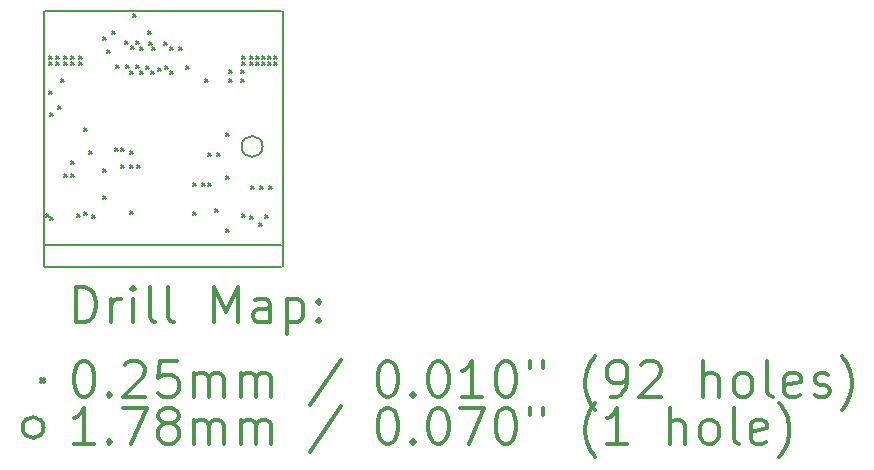
<source format=gbr>
%FSLAX45Y45*%
G04 Gerber Fmt 4.5, Leading zero omitted, Abs format (unit mm)*
G04 Created by KiCad (PCBNEW 4.0.6) date Tue Aug 22 16:56:44 2017*
%MOMM*%
%LPD*%
G01*
G04 APERTURE LIST*
%ADD10C,0.127000*%
%ADD11C,0.200000*%
%ADD12C,0.300000*%
G04 APERTURE END LIST*
D10*
X15798800Y-7899400D02*
X13798800Y-7899400D01*
X15800070Y-10059670D02*
X13800070Y-10059670D01*
X15792200Y-9880600D02*
X13792200Y-9880600D01*
X15808960Y-10058400D02*
X15808960Y-7899400D01*
X13792200Y-10058400D02*
X13792200Y-7899400D01*
D11*
X13802844Y-9612530D02*
X13828244Y-9637930D01*
X13828244Y-9612530D02*
X13802844Y-9637930D01*
X13830300Y-8280400D02*
X13855700Y-8305800D01*
X13855700Y-8280400D02*
X13830300Y-8305800D01*
X13830300Y-8331200D02*
X13855700Y-8356600D01*
X13855700Y-8331200D02*
X13830300Y-8356600D01*
X13830300Y-8572500D02*
X13855700Y-8597900D01*
X13855700Y-8572500D02*
X13830300Y-8597900D01*
X13843000Y-8763000D02*
X13868400Y-8788400D01*
X13868400Y-8763000D02*
X13843000Y-8788400D01*
X13843000Y-9639300D02*
X13868400Y-9664700D01*
X13868400Y-9639300D02*
X13843000Y-9664700D01*
X13893800Y-8280400D02*
X13919200Y-8305800D01*
X13919200Y-8280400D02*
X13893800Y-8305800D01*
X13893800Y-8331200D02*
X13919200Y-8356600D01*
X13919200Y-8331200D02*
X13893800Y-8356600D01*
X13911980Y-8699500D02*
X13937380Y-8724900D01*
X13937380Y-8699500D02*
X13911980Y-8724900D01*
X13931900Y-8470900D02*
X13957300Y-8496300D01*
X13957300Y-8470900D02*
X13931900Y-8496300D01*
X13957300Y-8280400D02*
X13982700Y-8305800D01*
X13982700Y-8280400D02*
X13957300Y-8305800D01*
X13957300Y-8331200D02*
X13982700Y-8356600D01*
X13982700Y-8331200D02*
X13957300Y-8356600D01*
X13957300Y-9278220D02*
X13982700Y-9303620D01*
X13982700Y-9278220D02*
X13957300Y-9303620D01*
X14020800Y-8280400D02*
X14046200Y-8305800D01*
X14046200Y-8280400D02*
X14020800Y-8305800D01*
X14020800Y-8331200D02*
X14046200Y-8356600D01*
X14046200Y-8331200D02*
X14020800Y-8356600D01*
X14020800Y-9169400D02*
X14046200Y-9194800D01*
X14046200Y-9169400D02*
X14020800Y-9194800D01*
X14020800Y-9278220D02*
X14046200Y-9303620D01*
X14046200Y-9278220D02*
X14020800Y-9303620D01*
X14065250Y-9613900D02*
X14090650Y-9639300D01*
X14090650Y-9613900D02*
X14065250Y-9639300D01*
X14084300Y-8280400D02*
X14109700Y-8305800D01*
X14109700Y-8280400D02*
X14084300Y-8305800D01*
X14084300Y-8331200D02*
X14109700Y-8356600D01*
X14109700Y-8331200D02*
X14084300Y-8356600D01*
X14124512Y-8885149D02*
X14149912Y-8910549D01*
X14149912Y-8885149D02*
X14124512Y-8910549D01*
X14128750Y-9594850D02*
X14154150Y-9620250D01*
X14154150Y-9594850D02*
X14128750Y-9620250D01*
X14174467Y-9079589D02*
X14199867Y-9104989D01*
X14199867Y-9079589D02*
X14174467Y-9104989D01*
X14192250Y-9626600D02*
X14217650Y-9652000D01*
X14217650Y-9626600D02*
X14192250Y-9652000D01*
X14287500Y-8115300D02*
X14312900Y-8140700D01*
X14312900Y-8115300D02*
X14287500Y-8140700D01*
X14287500Y-9232900D02*
X14312900Y-9258300D01*
X14312900Y-9232900D02*
X14287500Y-9258300D01*
X14287500Y-9461500D02*
X14312900Y-9486900D01*
X14312900Y-9461500D02*
X14287500Y-9486900D01*
X14325600Y-8229600D02*
X14351000Y-8255000D01*
X14351000Y-8229600D02*
X14325600Y-8255000D01*
X14363700Y-8064500D02*
X14389100Y-8089900D01*
X14389100Y-8064500D02*
X14363700Y-8089900D01*
X14389100Y-9055100D02*
X14414500Y-9080500D01*
X14414500Y-9055100D02*
X14389100Y-9080500D01*
X14401800Y-8353580D02*
X14427200Y-8378980D01*
X14427200Y-8353580D02*
X14401800Y-8378980D01*
X14439256Y-9055744D02*
X14464656Y-9081144D01*
X14464656Y-9055744D02*
X14439256Y-9081144D01*
X14439900Y-9202020D02*
X14465300Y-9227420D01*
X14465300Y-9202020D02*
X14439900Y-9227420D01*
X14478000Y-8153400D02*
X14503400Y-8178800D01*
X14503400Y-8153400D02*
X14478000Y-8178800D01*
X14484350Y-8356600D02*
X14509750Y-8382000D01*
X14509750Y-8356600D02*
X14484350Y-8382000D01*
X14514830Y-9588500D02*
X14540230Y-9613900D01*
X14540230Y-9588500D02*
X14514830Y-9613900D01*
X14516100Y-8401050D02*
X14541500Y-8426450D01*
X14541500Y-8401050D02*
X14516100Y-8426450D01*
X14516100Y-9080500D02*
X14541500Y-9105900D01*
X14541500Y-9080500D02*
X14516100Y-9105900D01*
X14516100Y-9202020D02*
X14541500Y-9227420D01*
X14541500Y-9202020D02*
X14516100Y-9227420D01*
X14522450Y-8191500D02*
X14547850Y-8216900D01*
X14547850Y-8191500D02*
X14522450Y-8216900D01*
X14541500Y-7924800D02*
X14566900Y-7950200D01*
X14566900Y-7924800D02*
X14541500Y-7950200D01*
X14566900Y-8153400D02*
X14592300Y-8178800D01*
X14592300Y-8153400D02*
X14566900Y-8178800D01*
X14566900Y-8356600D02*
X14592300Y-8382000D01*
X14592300Y-8356600D02*
X14566900Y-8382000D01*
X14580869Y-9202020D02*
X14606269Y-9227420D01*
X14606269Y-9202020D02*
X14580869Y-9227420D01*
X14605000Y-8197850D02*
X14630400Y-8223250D01*
X14630400Y-8197850D02*
X14605000Y-8223250D01*
X14605000Y-8407400D02*
X14630400Y-8432800D01*
X14630400Y-8407400D02*
X14605000Y-8432800D01*
X14655800Y-8362950D02*
X14681200Y-8388350D01*
X14681200Y-8362950D02*
X14655800Y-8388350D01*
X14668500Y-8064500D02*
X14693900Y-8089900D01*
X14693900Y-8064500D02*
X14668500Y-8089900D01*
X14674850Y-8159750D02*
X14700250Y-8185150D01*
X14700250Y-8159750D02*
X14674850Y-8185150D01*
X14693900Y-8407400D02*
X14719300Y-8432800D01*
X14719300Y-8407400D02*
X14693900Y-8432800D01*
X14706600Y-8197850D02*
X14732000Y-8223250D01*
X14732000Y-8197850D02*
X14706600Y-8223250D01*
X14757400Y-8382000D02*
X14782800Y-8407400D01*
X14782800Y-8382000D02*
X14757400Y-8407400D01*
X14808200Y-8159750D02*
X14833600Y-8185150D01*
X14833600Y-8159750D02*
X14808200Y-8185150D01*
X14814550Y-8362950D02*
X14839950Y-8388350D01*
X14839950Y-8362950D02*
X14814550Y-8388350D01*
X14859000Y-8197850D02*
X14884400Y-8223250D01*
X14884400Y-8197850D02*
X14859000Y-8223250D01*
X14859000Y-8407400D02*
X14884400Y-8432800D01*
X14884400Y-8407400D02*
X14859000Y-8432800D01*
X14935200Y-8197850D02*
X14960600Y-8223250D01*
X14960600Y-8197850D02*
X14935200Y-8223250D01*
X14992350Y-8362950D02*
X15017750Y-8388350D01*
X15017750Y-8362950D02*
X14992350Y-8388350D01*
X15049500Y-9354420D02*
X15074900Y-9379820D01*
X15074900Y-9354420D02*
X15049500Y-9379820D01*
X15051786Y-9601200D02*
X15077186Y-9626600D01*
X15077186Y-9601200D02*
X15051786Y-9626600D01*
X15125700Y-9354420D02*
X15151100Y-9379820D01*
X15151100Y-9354420D02*
X15125700Y-9379820D01*
X15151100Y-8470900D02*
X15176500Y-8496300D01*
X15176500Y-8470900D02*
X15151100Y-8496300D01*
X15176500Y-9100420D02*
X15201900Y-9125820D01*
X15201900Y-9100420D02*
X15176500Y-9125820D01*
X15176500Y-9354420D02*
X15201900Y-9379820D01*
X15201900Y-9354420D02*
X15176500Y-9379820D01*
X15240000Y-9575800D02*
X15265400Y-9601200D01*
X15265400Y-9575800D02*
X15240000Y-9601200D01*
X15252700Y-9100420D02*
X15278100Y-9125820D01*
X15278100Y-9100420D02*
X15252700Y-9125820D01*
X15328646Y-9740900D02*
X15354046Y-9766300D01*
X15354046Y-9740900D02*
X15328646Y-9766300D01*
X15328900Y-8928100D02*
X15354300Y-8953500D01*
X15354300Y-8928100D02*
X15328900Y-8953500D01*
X15328900Y-9296400D02*
X15354300Y-9321800D01*
X15354300Y-9296400D02*
X15328900Y-9321800D01*
X15354300Y-8394700D02*
X15379700Y-8420100D01*
X15379700Y-8394700D02*
X15354300Y-8420100D01*
X15354300Y-8470900D02*
X15379700Y-8496300D01*
X15379700Y-8470900D02*
X15354300Y-8496300D01*
X15461380Y-8394700D02*
X15486780Y-8420100D01*
X15486780Y-8394700D02*
X15461380Y-8420100D01*
X15461380Y-8470900D02*
X15486780Y-8496300D01*
X15486780Y-8470900D02*
X15461380Y-8496300D01*
X15467584Y-9618236D02*
X15492984Y-9643636D01*
X15492984Y-9618236D02*
X15467584Y-9643636D01*
X15468600Y-8280400D02*
X15494000Y-8305800D01*
X15494000Y-8280400D02*
X15468600Y-8305800D01*
X15468600Y-8331200D02*
X15494000Y-8356600D01*
X15494000Y-8331200D02*
X15468600Y-8356600D01*
X15531084Y-9630936D02*
X15556484Y-9656336D01*
X15556484Y-9630936D02*
X15531084Y-9656336D01*
X15532100Y-8280400D02*
X15557500Y-8305800D01*
X15557500Y-8280400D02*
X15532100Y-8305800D01*
X15532100Y-8331200D02*
X15557500Y-8356600D01*
X15557500Y-8331200D02*
X15532100Y-8356600D01*
X15544800Y-9379820D02*
X15570200Y-9405220D01*
X15570200Y-9379820D02*
X15544800Y-9405220D01*
X15582900Y-8280400D02*
X15608300Y-8305800D01*
X15608300Y-8280400D02*
X15582900Y-8305800D01*
X15582900Y-8331200D02*
X15608300Y-8356600D01*
X15608300Y-8331200D02*
X15582900Y-8356600D01*
X15608300Y-9690100D02*
X15633700Y-9715500D01*
X15633700Y-9690100D02*
X15608300Y-9715500D01*
X15621000Y-9379820D02*
X15646400Y-9405220D01*
X15646400Y-9379820D02*
X15621000Y-9405220D01*
X15633700Y-8280400D02*
X15659100Y-8305800D01*
X15659100Y-8280400D02*
X15633700Y-8305800D01*
X15633700Y-8331200D02*
X15659100Y-8356600D01*
X15659100Y-8331200D02*
X15633700Y-8356600D01*
X15659100Y-9626600D02*
X15684500Y-9652000D01*
X15684500Y-9626600D02*
X15659100Y-9652000D01*
X15684500Y-8280400D02*
X15709900Y-8305800D01*
X15709900Y-8280400D02*
X15684500Y-8305800D01*
X15684500Y-8331200D02*
X15709900Y-8356600D01*
X15709900Y-8331200D02*
X15684500Y-8356600D01*
X15697200Y-9379820D02*
X15722600Y-9405220D01*
X15722600Y-9379820D02*
X15697200Y-9405220D01*
X15735300Y-8280400D02*
X15760700Y-8305800D01*
X15760700Y-8280400D02*
X15735300Y-8305800D01*
X15735300Y-8331200D02*
X15760700Y-8356600D01*
X15760700Y-8331200D02*
X15735300Y-8356600D01*
X15640050Y-9042400D02*
G75*
G03X15640050Y-9042400I-88900J0D01*
G01*
D12*
X14057278Y-10531734D02*
X14057278Y-10231734D01*
X14128707Y-10231734D01*
X14171564Y-10246020D01*
X14200136Y-10274592D01*
X14214421Y-10303163D01*
X14228707Y-10360306D01*
X14228707Y-10403163D01*
X14214421Y-10460306D01*
X14200136Y-10488877D01*
X14171564Y-10517449D01*
X14128707Y-10531734D01*
X14057278Y-10531734D01*
X14357278Y-10531734D02*
X14357278Y-10331734D01*
X14357278Y-10388877D02*
X14371564Y-10360306D01*
X14385850Y-10346020D01*
X14414421Y-10331734D01*
X14442993Y-10331734D01*
X14542993Y-10531734D02*
X14542993Y-10331734D01*
X14542993Y-10231734D02*
X14528707Y-10246020D01*
X14542993Y-10260306D01*
X14557278Y-10246020D01*
X14542993Y-10231734D01*
X14542993Y-10260306D01*
X14728707Y-10531734D02*
X14700136Y-10517449D01*
X14685850Y-10488877D01*
X14685850Y-10231734D01*
X14885850Y-10531734D02*
X14857278Y-10517449D01*
X14842993Y-10488877D01*
X14842993Y-10231734D01*
X15228707Y-10531734D02*
X15228707Y-10231734D01*
X15328707Y-10446020D01*
X15428707Y-10231734D01*
X15428707Y-10531734D01*
X15700136Y-10531734D02*
X15700136Y-10374592D01*
X15685850Y-10346020D01*
X15657278Y-10331734D01*
X15600136Y-10331734D01*
X15571564Y-10346020D01*
X15700136Y-10517449D02*
X15671564Y-10531734D01*
X15600136Y-10531734D01*
X15571564Y-10517449D01*
X15557278Y-10488877D01*
X15557278Y-10460306D01*
X15571564Y-10431734D01*
X15600136Y-10417449D01*
X15671564Y-10417449D01*
X15700136Y-10403163D01*
X15842993Y-10331734D02*
X15842993Y-10631734D01*
X15842993Y-10346020D02*
X15871564Y-10331734D01*
X15928707Y-10331734D01*
X15957278Y-10346020D01*
X15971564Y-10360306D01*
X15985850Y-10388877D01*
X15985850Y-10474592D01*
X15971564Y-10503163D01*
X15957278Y-10517449D01*
X15928707Y-10531734D01*
X15871564Y-10531734D01*
X15842993Y-10517449D01*
X16114421Y-10503163D02*
X16128707Y-10517449D01*
X16114421Y-10531734D01*
X16100136Y-10517449D01*
X16114421Y-10503163D01*
X16114421Y-10531734D01*
X16114421Y-10346020D02*
X16128707Y-10360306D01*
X16114421Y-10374592D01*
X16100136Y-10360306D01*
X16114421Y-10346020D01*
X16114421Y-10374592D01*
X13760450Y-11013320D02*
X13785850Y-11038720D01*
X13785850Y-11013320D02*
X13760450Y-11038720D01*
X14114421Y-10861734D02*
X14142993Y-10861734D01*
X14171564Y-10876020D01*
X14185850Y-10890306D01*
X14200136Y-10918877D01*
X14214421Y-10976020D01*
X14214421Y-11047449D01*
X14200136Y-11104592D01*
X14185850Y-11133163D01*
X14171564Y-11147449D01*
X14142993Y-11161734D01*
X14114421Y-11161734D01*
X14085850Y-11147449D01*
X14071564Y-11133163D01*
X14057278Y-11104592D01*
X14042993Y-11047449D01*
X14042993Y-10976020D01*
X14057278Y-10918877D01*
X14071564Y-10890306D01*
X14085850Y-10876020D01*
X14114421Y-10861734D01*
X14342993Y-11133163D02*
X14357278Y-11147449D01*
X14342993Y-11161734D01*
X14328707Y-11147449D01*
X14342993Y-11133163D01*
X14342993Y-11161734D01*
X14471564Y-10890306D02*
X14485850Y-10876020D01*
X14514421Y-10861734D01*
X14585850Y-10861734D01*
X14614421Y-10876020D01*
X14628707Y-10890306D01*
X14642993Y-10918877D01*
X14642993Y-10947449D01*
X14628707Y-10990306D01*
X14457278Y-11161734D01*
X14642993Y-11161734D01*
X14914421Y-10861734D02*
X14771564Y-10861734D01*
X14757278Y-11004592D01*
X14771564Y-10990306D01*
X14800136Y-10976020D01*
X14871564Y-10976020D01*
X14900136Y-10990306D01*
X14914421Y-11004592D01*
X14928707Y-11033163D01*
X14928707Y-11104592D01*
X14914421Y-11133163D01*
X14900136Y-11147449D01*
X14871564Y-11161734D01*
X14800136Y-11161734D01*
X14771564Y-11147449D01*
X14757278Y-11133163D01*
X15057278Y-11161734D02*
X15057278Y-10961734D01*
X15057278Y-10990306D02*
X15071564Y-10976020D01*
X15100136Y-10961734D01*
X15142993Y-10961734D01*
X15171564Y-10976020D01*
X15185850Y-11004592D01*
X15185850Y-11161734D01*
X15185850Y-11004592D02*
X15200136Y-10976020D01*
X15228707Y-10961734D01*
X15271564Y-10961734D01*
X15300136Y-10976020D01*
X15314421Y-11004592D01*
X15314421Y-11161734D01*
X15457278Y-11161734D02*
X15457278Y-10961734D01*
X15457278Y-10990306D02*
X15471564Y-10976020D01*
X15500136Y-10961734D01*
X15542993Y-10961734D01*
X15571564Y-10976020D01*
X15585850Y-11004592D01*
X15585850Y-11161734D01*
X15585850Y-11004592D02*
X15600136Y-10976020D01*
X15628707Y-10961734D01*
X15671564Y-10961734D01*
X15700136Y-10976020D01*
X15714421Y-11004592D01*
X15714421Y-11161734D01*
X16300136Y-10847449D02*
X16042993Y-11233163D01*
X16685850Y-10861734D02*
X16714421Y-10861734D01*
X16742993Y-10876020D01*
X16757278Y-10890306D01*
X16771564Y-10918877D01*
X16785850Y-10976020D01*
X16785850Y-11047449D01*
X16771564Y-11104592D01*
X16757278Y-11133163D01*
X16742993Y-11147449D01*
X16714421Y-11161734D01*
X16685850Y-11161734D01*
X16657278Y-11147449D01*
X16642993Y-11133163D01*
X16628707Y-11104592D01*
X16614421Y-11047449D01*
X16614421Y-10976020D01*
X16628707Y-10918877D01*
X16642993Y-10890306D01*
X16657278Y-10876020D01*
X16685850Y-10861734D01*
X16914421Y-11133163D02*
X16928707Y-11147449D01*
X16914421Y-11161734D01*
X16900136Y-11147449D01*
X16914421Y-11133163D01*
X16914421Y-11161734D01*
X17114421Y-10861734D02*
X17142993Y-10861734D01*
X17171564Y-10876020D01*
X17185850Y-10890306D01*
X17200136Y-10918877D01*
X17214421Y-10976020D01*
X17214421Y-11047449D01*
X17200136Y-11104592D01*
X17185850Y-11133163D01*
X17171564Y-11147449D01*
X17142993Y-11161734D01*
X17114421Y-11161734D01*
X17085850Y-11147449D01*
X17071564Y-11133163D01*
X17057278Y-11104592D01*
X17042993Y-11047449D01*
X17042993Y-10976020D01*
X17057278Y-10918877D01*
X17071564Y-10890306D01*
X17085850Y-10876020D01*
X17114421Y-10861734D01*
X17500136Y-11161734D02*
X17328707Y-11161734D01*
X17414421Y-11161734D02*
X17414421Y-10861734D01*
X17385850Y-10904592D01*
X17357278Y-10933163D01*
X17328707Y-10947449D01*
X17685850Y-10861734D02*
X17714421Y-10861734D01*
X17742993Y-10876020D01*
X17757278Y-10890306D01*
X17771564Y-10918877D01*
X17785850Y-10976020D01*
X17785850Y-11047449D01*
X17771564Y-11104592D01*
X17757278Y-11133163D01*
X17742993Y-11147449D01*
X17714421Y-11161734D01*
X17685850Y-11161734D01*
X17657278Y-11147449D01*
X17642993Y-11133163D01*
X17628707Y-11104592D01*
X17614421Y-11047449D01*
X17614421Y-10976020D01*
X17628707Y-10918877D01*
X17642993Y-10890306D01*
X17657278Y-10876020D01*
X17685850Y-10861734D01*
X17900136Y-10861734D02*
X17900136Y-10918877D01*
X18014421Y-10861734D02*
X18014421Y-10918877D01*
X18457278Y-11276020D02*
X18442993Y-11261734D01*
X18414421Y-11218877D01*
X18400136Y-11190306D01*
X18385850Y-11147449D01*
X18371564Y-11076020D01*
X18371564Y-11018877D01*
X18385850Y-10947449D01*
X18400136Y-10904592D01*
X18414421Y-10876020D01*
X18442993Y-10833163D01*
X18457278Y-10818877D01*
X18585850Y-11161734D02*
X18642993Y-11161734D01*
X18671564Y-11147449D01*
X18685850Y-11133163D01*
X18714421Y-11090306D01*
X18728707Y-11033163D01*
X18728707Y-10918877D01*
X18714421Y-10890306D01*
X18700136Y-10876020D01*
X18671564Y-10861734D01*
X18614421Y-10861734D01*
X18585850Y-10876020D01*
X18571564Y-10890306D01*
X18557278Y-10918877D01*
X18557278Y-10990306D01*
X18571564Y-11018877D01*
X18585850Y-11033163D01*
X18614421Y-11047449D01*
X18671564Y-11047449D01*
X18700136Y-11033163D01*
X18714421Y-11018877D01*
X18728707Y-10990306D01*
X18842993Y-10890306D02*
X18857278Y-10876020D01*
X18885850Y-10861734D01*
X18957278Y-10861734D01*
X18985850Y-10876020D01*
X19000136Y-10890306D01*
X19014421Y-10918877D01*
X19014421Y-10947449D01*
X19000136Y-10990306D01*
X18828707Y-11161734D01*
X19014421Y-11161734D01*
X19371564Y-11161734D02*
X19371564Y-10861734D01*
X19500136Y-11161734D02*
X19500136Y-11004592D01*
X19485850Y-10976020D01*
X19457278Y-10961734D01*
X19414421Y-10961734D01*
X19385850Y-10976020D01*
X19371564Y-10990306D01*
X19685850Y-11161734D02*
X19657278Y-11147449D01*
X19642993Y-11133163D01*
X19628707Y-11104592D01*
X19628707Y-11018877D01*
X19642993Y-10990306D01*
X19657278Y-10976020D01*
X19685850Y-10961734D01*
X19728707Y-10961734D01*
X19757278Y-10976020D01*
X19771564Y-10990306D01*
X19785850Y-11018877D01*
X19785850Y-11104592D01*
X19771564Y-11133163D01*
X19757278Y-11147449D01*
X19728707Y-11161734D01*
X19685850Y-11161734D01*
X19957278Y-11161734D02*
X19928707Y-11147449D01*
X19914421Y-11118877D01*
X19914421Y-10861734D01*
X20185850Y-11147449D02*
X20157279Y-11161734D01*
X20100136Y-11161734D01*
X20071564Y-11147449D01*
X20057279Y-11118877D01*
X20057279Y-11004592D01*
X20071564Y-10976020D01*
X20100136Y-10961734D01*
X20157279Y-10961734D01*
X20185850Y-10976020D01*
X20200136Y-11004592D01*
X20200136Y-11033163D01*
X20057279Y-11061734D01*
X20314421Y-11147449D02*
X20342993Y-11161734D01*
X20400136Y-11161734D01*
X20428707Y-11147449D01*
X20442993Y-11118877D01*
X20442993Y-11104592D01*
X20428707Y-11076020D01*
X20400136Y-11061734D01*
X20357279Y-11061734D01*
X20328707Y-11047449D01*
X20314421Y-11018877D01*
X20314421Y-11004592D01*
X20328707Y-10976020D01*
X20357279Y-10961734D01*
X20400136Y-10961734D01*
X20428707Y-10976020D01*
X20542993Y-11276020D02*
X20557279Y-11261734D01*
X20585850Y-11218877D01*
X20600136Y-11190306D01*
X20614421Y-11147449D01*
X20628707Y-11076020D01*
X20628707Y-11018877D01*
X20614421Y-10947449D01*
X20600136Y-10904592D01*
X20585850Y-10876020D01*
X20557279Y-10833163D01*
X20542993Y-10818877D01*
X13785850Y-11422020D02*
G75*
G03X13785850Y-11422020I-88900J0D01*
G01*
X14214421Y-11557734D02*
X14042993Y-11557734D01*
X14128707Y-11557734D02*
X14128707Y-11257734D01*
X14100136Y-11300591D01*
X14071564Y-11329163D01*
X14042993Y-11343449D01*
X14342993Y-11529163D02*
X14357278Y-11543449D01*
X14342993Y-11557734D01*
X14328707Y-11543449D01*
X14342993Y-11529163D01*
X14342993Y-11557734D01*
X14457278Y-11257734D02*
X14657278Y-11257734D01*
X14528707Y-11557734D01*
X14814421Y-11386306D02*
X14785850Y-11372020D01*
X14771564Y-11357734D01*
X14757278Y-11329163D01*
X14757278Y-11314877D01*
X14771564Y-11286306D01*
X14785850Y-11272020D01*
X14814421Y-11257734D01*
X14871564Y-11257734D01*
X14900136Y-11272020D01*
X14914421Y-11286306D01*
X14928707Y-11314877D01*
X14928707Y-11329163D01*
X14914421Y-11357734D01*
X14900136Y-11372020D01*
X14871564Y-11386306D01*
X14814421Y-11386306D01*
X14785850Y-11400591D01*
X14771564Y-11414877D01*
X14757278Y-11443449D01*
X14757278Y-11500591D01*
X14771564Y-11529163D01*
X14785850Y-11543449D01*
X14814421Y-11557734D01*
X14871564Y-11557734D01*
X14900136Y-11543449D01*
X14914421Y-11529163D01*
X14928707Y-11500591D01*
X14928707Y-11443449D01*
X14914421Y-11414877D01*
X14900136Y-11400591D01*
X14871564Y-11386306D01*
X15057278Y-11557734D02*
X15057278Y-11357734D01*
X15057278Y-11386306D02*
X15071564Y-11372020D01*
X15100136Y-11357734D01*
X15142993Y-11357734D01*
X15171564Y-11372020D01*
X15185850Y-11400591D01*
X15185850Y-11557734D01*
X15185850Y-11400591D02*
X15200136Y-11372020D01*
X15228707Y-11357734D01*
X15271564Y-11357734D01*
X15300136Y-11372020D01*
X15314421Y-11400591D01*
X15314421Y-11557734D01*
X15457278Y-11557734D02*
X15457278Y-11357734D01*
X15457278Y-11386306D02*
X15471564Y-11372020D01*
X15500136Y-11357734D01*
X15542993Y-11357734D01*
X15571564Y-11372020D01*
X15585850Y-11400591D01*
X15585850Y-11557734D01*
X15585850Y-11400591D02*
X15600136Y-11372020D01*
X15628707Y-11357734D01*
X15671564Y-11357734D01*
X15700136Y-11372020D01*
X15714421Y-11400591D01*
X15714421Y-11557734D01*
X16300136Y-11243449D02*
X16042993Y-11629163D01*
X16685850Y-11257734D02*
X16714421Y-11257734D01*
X16742993Y-11272020D01*
X16757278Y-11286306D01*
X16771564Y-11314877D01*
X16785850Y-11372020D01*
X16785850Y-11443449D01*
X16771564Y-11500591D01*
X16757278Y-11529163D01*
X16742993Y-11543449D01*
X16714421Y-11557734D01*
X16685850Y-11557734D01*
X16657278Y-11543449D01*
X16642993Y-11529163D01*
X16628707Y-11500591D01*
X16614421Y-11443449D01*
X16614421Y-11372020D01*
X16628707Y-11314877D01*
X16642993Y-11286306D01*
X16657278Y-11272020D01*
X16685850Y-11257734D01*
X16914421Y-11529163D02*
X16928707Y-11543449D01*
X16914421Y-11557734D01*
X16900136Y-11543449D01*
X16914421Y-11529163D01*
X16914421Y-11557734D01*
X17114421Y-11257734D02*
X17142993Y-11257734D01*
X17171564Y-11272020D01*
X17185850Y-11286306D01*
X17200136Y-11314877D01*
X17214421Y-11372020D01*
X17214421Y-11443449D01*
X17200136Y-11500591D01*
X17185850Y-11529163D01*
X17171564Y-11543449D01*
X17142993Y-11557734D01*
X17114421Y-11557734D01*
X17085850Y-11543449D01*
X17071564Y-11529163D01*
X17057278Y-11500591D01*
X17042993Y-11443449D01*
X17042993Y-11372020D01*
X17057278Y-11314877D01*
X17071564Y-11286306D01*
X17085850Y-11272020D01*
X17114421Y-11257734D01*
X17314421Y-11257734D02*
X17514421Y-11257734D01*
X17385850Y-11557734D01*
X17685850Y-11257734D02*
X17714421Y-11257734D01*
X17742993Y-11272020D01*
X17757278Y-11286306D01*
X17771564Y-11314877D01*
X17785850Y-11372020D01*
X17785850Y-11443449D01*
X17771564Y-11500591D01*
X17757278Y-11529163D01*
X17742993Y-11543449D01*
X17714421Y-11557734D01*
X17685850Y-11557734D01*
X17657278Y-11543449D01*
X17642993Y-11529163D01*
X17628707Y-11500591D01*
X17614421Y-11443449D01*
X17614421Y-11372020D01*
X17628707Y-11314877D01*
X17642993Y-11286306D01*
X17657278Y-11272020D01*
X17685850Y-11257734D01*
X17900136Y-11257734D02*
X17900136Y-11314877D01*
X18014421Y-11257734D02*
X18014421Y-11314877D01*
X18457278Y-11672020D02*
X18442993Y-11657734D01*
X18414421Y-11614877D01*
X18400136Y-11586306D01*
X18385850Y-11543449D01*
X18371564Y-11472020D01*
X18371564Y-11414877D01*
X18385850Y-11343449D01*
X18400136Y-11300591D01*
X18414421Y-11272020D01*
X18442993Y-11229163D01*
X18457278Y-11214877D01*
X18728707Y-11557734D02*
X18557278Y-11557734D01*
X18642993Y-11557734D02*
X18642993Y-11257734D01*
X18614421Y-11300591D01*
X18585850Y-11329163D01*
X18557278Y-11343449D01*
X19085850Y-11557734D02*
X19085850Y-11257734D01*
X19214421Y-11557734D02*
X19214421Y-11400591D01*
X19200136Y-11372020D01*
X19171564Y-11357734D01*
X19128707Y-11357734D01*
X19100136Y-11372020D01*
X19085850Y-11386306D01*
X19400136Y-11557734D02*
X19371564Y-11543449D01*
X19357278Y-11529163D01*
X19342993Y-11500591D01*
X19342993Y-11414877D01*
X19357278Y-11386306D01*
X19371564Y-11372020D01*
X19400136Y-11357734D01*
X19442993Y-11357734D01*
X19471564Y-11372020D01*
X19485850Y-11386306D01*
X19500136Y-11414877D01*
X19500136Y-11500591D01*
X19485850Y-11529163D01*
X19471564Y-11543449D01*
X19442993Y-11557734D01*
X19400136Y-11557734D01*
X19671564Y-11557734D02*
X19642993Y-11543449D01*
X19628707Y-11514877D01*
X19628707Y-11257734D01*
X19900136Y-11543449D02*
X19871564Y-11557734D01*
X19814421Y-11557734D01*
X19785850Y-11543449D01*
X19771564Y-11514877D01*
X19771564Y-11400591D01*
X19785850Y-11372020D01*
X19814421Y-11357734D01*
X19871564Y-11357734D01*
X19900136Y-11372020D01*
X19914421Y-11400591D01*
X19914421Y-11429163D01*
X19771564Y-11457734D01*
X20014421Y-11672020D02*
X20028707Y-11657734D01*
X20057279Y-11614877D01*
X20071564Y-11586306D01*
X20085850Y-11543449D01*
X20100136Y-11472020D01*
X20100136Y-11414877D01*
X20085850Y-11343449D01*
X20071564Y-11300591D01*
X20057279Y-11272020D01*
X20028707Y-11229163D01*
X20014421Y-11214877D01*
M02*

</source>
